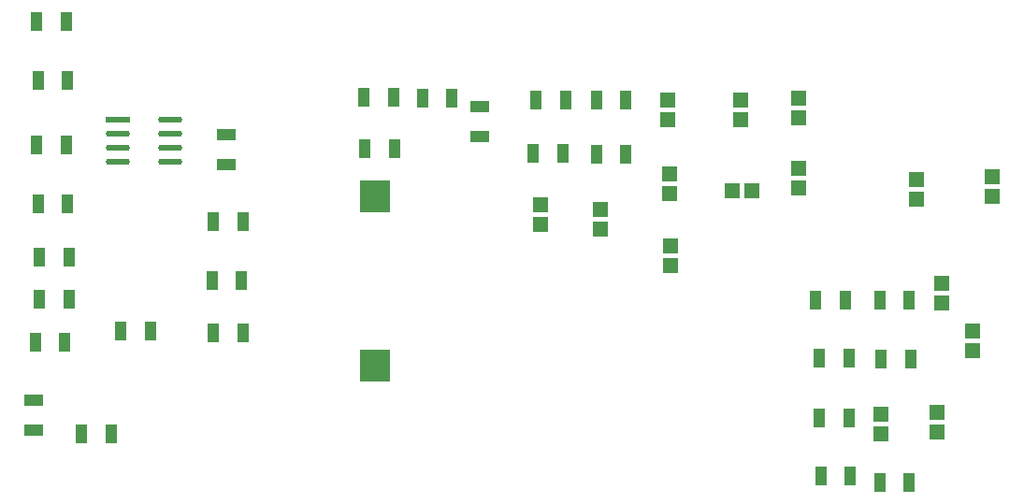
<source format=gtp>
%FSTAX23Y23*%
%MOIN*%
%SFA1B1*%

%IPPOS*%
%AMD19*
4,1,8,0.031300,0.011500,-0.031300,0.011500,-0.042800,0.000000,-0.042800,0.000000,-0.031300,-0.011500,0.031300,-0.011500,0.042800,0.000000,0.042800,0.000000,0.031300,0.011500,0.0*
1,1,0.022960,0.031300,0.000000*
1,1,0.022960,-0.031300,0.000000*
1,1,0.022960,-0.031300,0.000000*
1,1,0.022960,0.031300,0.000000*
%
%ADD14R,0.055120X0.055120*%
%ADD15R,0.043310X0.066930*%
%ADD16R,0.055120X0.055120*%
%ADD17R,0.066930X0.043310*%
%ADD18R,0.109840X0.114960*%
G04~CAMADD=19~8~0.0~0.0~855.9~229.7~114.8~0.0~15~0.0~0.0~0.0~0.0~0~0.0~0.0~0.0~0.0~0~0.0~0.0~0.0~0.0~855.9~229.7*
%ADD19D19*%
%ADD20R,0.085590X0.022970*%
%LNpcb1-1*%
%LPD*%
G54D14*
X04885Y02149D03*
Y0222D03*
X04615Y02139D03*
Y0221D03*
X04815Y01599D03*
Y0167D03*
X04705Y01769D03*
Y0184D03*
X0469Y01309D03*
Y0138D03*
X0449Y01304D03*
Y01375D03*
X04195Y02179D03*
Y0225D03*
Y02429D03*
Y025D03*
X0399Y02424D03*
Y02495D03*
X0374Y01904D03*
Y01975D03*
X0349Y02034D03*
Y02105D03*
X03275Y02049D03*
Y0212D03*
X03735Y02159D03*
Y0223D03*
X0373Y02424D03*
Y02495D03*
G54D15*
X04591Y0113D03*
X04485D03*
X04596Y0157D03*
X0449D03*
X04591Y0178D03*
X04485D03*
X04381Y01155D03*
X04275D03*
X04376Y0136D03*
X0427D03*
X04376Y01575D03*
X0427D03*
X04363Y0178D03*
X04256D03*
X03581Y023D03*
X03475D03*
X03581Y02495D03*
X03475D03*
X03356Y02305D03*
X0325D03*
X03366Y02495D03*
X0326D03*
X02961Y025D03*
X02855D03*
X02755Y0232D03*
X02648D03*
X02753Y02504D03*
X02646D03*
X01586Y02775D03*
X0148D03*
X02216Y0206D03*
X0211D03*
X02211Y0185D03*
X02105D03*
X02216Y01665D03*
X0211D03*
X01591Y02565D03*
X01485D03*
X01586Y02335D03*
X0148D03*
X01591Y02125D03*
X01485D03*
X01596Y01935D03*
X0149D03*
X01886Y0167D03*
X0178D03*
X01746Y01305D03*
X0164D03*
X01581Y0163D03*
X01475D03*
X01596Y01785D03*
X0149D03*
G54D16*
X0396Y0217D03*
X0403D03*
G54D17*
X0306Y0247D03*
Y02363D03*
X02155Y0237D03*
Y02263D03*
X0147Y01423D03*
Y01316D03*
G54D18*
X02685Y01547D03*
Y02152D03*
G54D19*
X01956Y02425D03*
Y02375D03*
Y02325D03*
Y02275D03*
X0177D03*
Y02325D03*
Y02375D03*
G54D20*
X0177Y02425D03*
M02*
</source>
